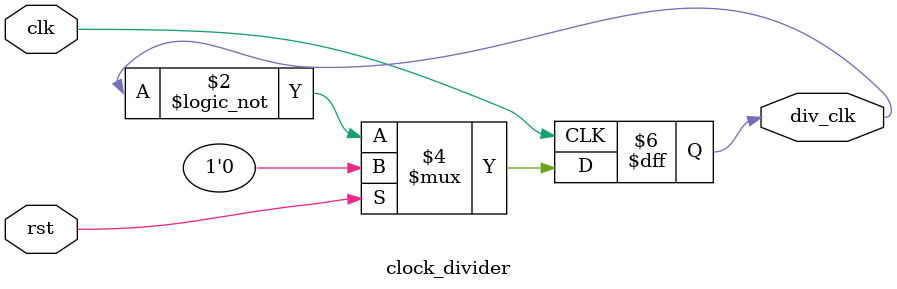
<source format=v>
`timescale 1ns/1ns
module clock_divider(
    input wire clk,
    input wire rst,
    output reg div_clk
);


    always @(posedge clk) begin :divider_blk
        if(rst)
            begin
                div_clk <= 1'b0;
            end
        else
            begin
                    div_clk <= !div_clk;
            end
    end


endmodule

</source>
